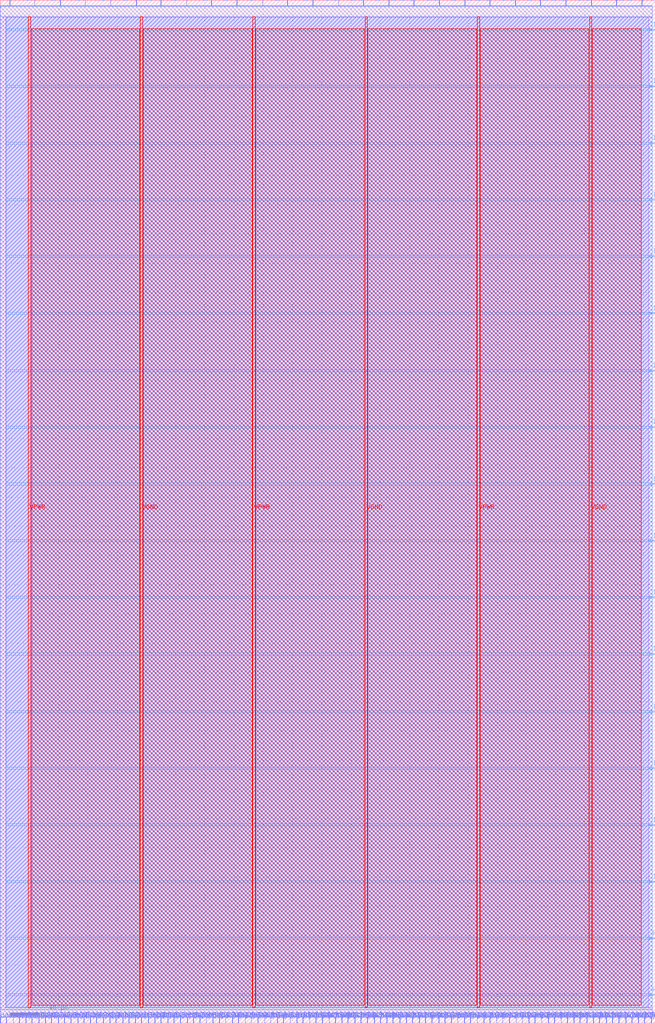
<source format=lef>
VERSION 5.7 ;
  NOWIREEXTENSIONATPIN ON ;
  DIVIDERCHAR "/" ;
  BUSBITCHARS "[]" ;
MACRO apb_sys_0
  CLASS BLOCK ;
  FOREIGN apb_sys_0 ;
  ORIGIN 0.000 0.000 ;
  SIZE 448.090 BY 700.000 ;
  PIN HADDR[0]
    DIRECTION INPUT ;
    USE SIGNAL ;
    PORT
      LAYER met2 ;
        RECT 0.020 0.000 0.300 4.000 ;
    END
  END HADDR[0]
  PIN HADDR[10]
    DIRECTION INPUT ;
    USE SIGNAL ;
    PORT
      LAYER met2 ;
        RECT 43.720 0.000 44.000 4.000 ;
    END
  END HADDR[10]
  PIN HADDR[11]
    DIRECTION INPUT ;
    USE SIGNAL ;
    PORT
      LAYER met2 ;
        RECT 48.320 0.000 48.600 4.000 ;
    END
  END HADDR[11]
  PIN HADDR[12]
    DIRECTION INPUT ;
    USE SIGNAL ;
    PORT
      LAYER met2 ;
        RECT 52.920 0.000 53.200 4.000 ;
    END
  END HADDR[12]
  PIN HADDR[13]
    DIRECTION INPUT ;
    USE SIGNAL ;
    PORT
      LAYER met2 ;
        RECT 57.060 0.000 57.340 4.000 ;
    END
  END HADDR[13]
  PIN HADDR[14]
    DIRECTION INPUT ;
    USE SIGNAL ;
    PORT
      LAYER met2 ;
        RECT 61.660 0.000 61.940 4.000 ;
    END
  END HADDR[14]
  PIN HADDR[15]
    DIRECTION INPUT ;
    USE SIGNAL ;
    PORT
      LAYER met2 ;
        RECT 65.800 0.000 66.080 4.000 ;
    END
  END HADDR[15]
  PIN HADDR[16]
    DIRECTION INPUT ;
    USE SIGNAL ;
    PORT
      LAYER met2 ;
        RECT 70.400 0.000 70.680 4.000 ;
    END
  END HADDR[16]
  PIN HADDR[17]
    DIRECTION INPUT ;
    USE SIGNAL ;
    PORT
      LAYER met2 ;
        RECT 75.000 0.000 75.280 4.000 ;
    END
  END HADDR[17]
  PIN HADDR[18]
    DIRECTION INPUT ;
    USE SIGNAL ;
    PORT
      LAYER met2 ;
        RECT 79.140 0.000 79.420 4.000 ;
    END
  END HADDR[18]
  PIN HADDR[19]
    DIRECTION INPUT ;
    USE SIGNAL ;
    PORT
      LAYER met2 ;
        RECT 83.740 0.000 84.020 4.000 ;
    END
  END HADDR[19]
  PIN HADDR[1]
    DIRECTION INPUT ;
    USE SIGNAL ;
    PORT
      LAYER met2 ;
        RECT 4.160 0.000 4.440 4.000 ;
    END
  END HADDR[1]
  PIN HADDR[20]
    DIRECTION INPUT ;
    USE SIGNAL ;
    PORT
      LAYER met2 ;
        RECT 87.880 0.000 88.160 4.000 ;
    END
  END HADDR[20]
  PIN HADDR[21]
    DIRECTION INPUT ;
    USE SIGNAL ;
    PORT
      LAYER met2 ;
        RECT 92.480 0.000 92.760 4.000 ;
    END
  END HADDR[21]
  PIN HADDR[22]
    DIRECTION INPUT ;
    USE SIGNAL ;
    PORT
      LAYER met2 ;
        RECT 96.620 0.000 96.900 4.000 ;
    END
  END HADDR[22]
  PIN HADDR[23]
    DIRECTION INPUT ;
    USE SIGNAL ;
    PORT
      LAYER met2 ;
        RECT 101.220 0.000 101.500 4.000 ;
    END
  END HADDR[23]
  PIN HADDR[24]
    DIRECTION INPUT ;
    USE SIGNAL ;
    PORT
      LAYER met2 ;
        RECT 105.820 0.000 106.100 4.000 ;
    END
  END HADDR[24]
  PIN HADDR[25]
    DIRECTION INPUT ;
    USE SIGNAL ;
    PORT
      LAYER met2 ;
        RECT 109.960 0.000 110.240 4.000 ;
    END
  END HADDR[25]
  PIN HADDR[26]
    DIRECTION INPUT ;
    USE SIGNAL ;
    PORT
      LAYER met2 ;
        RECT 114.560 0.000 114.840 4.000 ;
    END
  END HADDR[26]
  PIN HADDR[27]
    DIRECTION INPUT ;
    USE SIGNAL ;
    PORT
      LAYER met2 ;
        RECT 118.700 0.000 118.980 4.000 ;
    END
  END HADDR[27]
  PIN HADDR[28]
    DIRECTION INPUT ;
    USE SIGNAL ;
    PORT
      LAYER met2 ;
        RECT 123.300 0.000 123.580 4.000 ;
    END
  END HADDR[28]
  PIN HADDR[29]
    DIRECTION INPUT ;
    USE SIGNAL ;
    PORT
      LAYER met2 ;
        RECT 127.900 0.000 128.180 4.000 ;
    END
  END HADDR[29]
  PIN HADDR[2]
    DIRECTION INPUT ;
    USE SIGNAL ;
    PORT
      LAYER met2 ;
        RECT 8.760 0.000 9.040 4.000 ;
    END
  END HADDR[2]
  PIN HADDR[30]
    DIRECTION INPUT ;
    USE SIGNAL ;
    PORT
      LAYER met2 ;
        RECT 132.040 0.000 132.320 4.000 ;
    END
  END HADDR[30]
  PIN HADDR[31]
    DIRECTION INPUT ;
    USE SIGNAL ;
    PORT
      LAYER met2 ;
        RECT 136.640 0.000 136.920 4.000 ;
    END
  END HADDR[31]
  PIN HADDR[3]
    DIRECTION INPUT ;
    USE SIGNAL ;
    PORT
      LAYER met2 ;
        RECT 12.900 0.000 13.180 4.000 ;
    END
  END HADDR[3]
  PIN HADDR[4]
    DIRECTION INPUT ;
    USE SIGNAL ;
    PORT
      LAYER met2 ;
        RECT 17.500 0.000 17.780 4.000 ;
    END
  END HADDR[4]
  PIN HADDR[5]
    DIRECTION INPUT ;
    USE SIGNAL ;
    PORT
      LAYER met2 ;
        RECT 21.640 0.000 21.920 4.000 ;
    END
  END HADDR[5]
  PIN HADDR[6]
    DIRECTION INPUT ;
    USE SIGNAL ;
    PORT
      LAYER met2 ;
        RECT 26.240 0.000 26.520 4.000 ;
    END
  END HADDR[6]
  PIN HADDR[7]
    DIRECTION INPUT ;
    USE SIGNAL ;
    PORT
      LAYER met2 ;
        RECT 30.840 0.000 31.120 4.000 ;
    END
  END HADDR[7]
  PIN HADDR[8]
    DIRECTION INPUT ;
    USE SIGNAL ;
    PORT
      LAYER met2 ;
        RECT 34.980 0.000 35.260 4.000 ;
    END
  END HADDR[8]
  PIN HADDR[9]
    DIRECTION INPUT ;
    USE SIGNAL ;
    PORT
      LAYER met2 ;
        RECT 39.580 0.000 39.860 4.000 ;
    END
  END HADDR[9]
  PIN HCLK
    DIRECTION INPUT ;
    USE SIGNAL ;
    PORT
      LAYER met3 ;
        RECT 444.090 19.080 448.090 19.680 ;
    END
  END HCLK
  PIN HRDATA[0]
    DIRECTION OUTPUT TRISTATE ;
    USE SIGNAL ;
    PORT
      LAYER met2 ;
        RECT 140.780 0.000 141.060 4.000 ;
    END
  END HRDATA[0]
  PIN HRDATA[10]
    DIRECTION OUTPUT TRISTATE ;
    USE SIGNAL ;
    PORT
      LAYER met2 ;
        RECT 184.940 0.000 185.220 4.000 ;
    END
  END HRDATA[10]
  PIN HRDATA[11]
    DIRECTION OUTPUT TRISTATE ;
    USE SIGNAL ;
    PORT
      LAYER met2 ;
        RECT 189.540 0.000 189.820 4.000 ;
    END
  END HRDATA[11]
  PIN HRDATA[12]
    DIRECTION OUTPUT TRISTATE ;
    USE SIGNAL ;
    PORT
      LAYER met2 ;
        RECT 193.680 0.000 193.960 4.000 ;
    END
  END HRDATA[12]
  PIN HRDATA[13]
    DIRECTION OUTPUT TRISTATE ;
    USE SIGNAL ;
    PORT
      LAYER met2 ;
        RECT 198.280 0.000 198.560 4.000 ;
    END
  END HRDATA[13]
  PIN HRDATA[14]
    DIRECTION OUTPUT TRISTATE ;
    USE SIGNAL ;
    PORT
      LAYER met2 ;
        RECT 202.880 0.000 203.160 4.000 ;
    END
  END HRDATA[14]
  PIN HRDATA[15]
    DIRECTION OUTPUT TRISTATE ;
    USE SIGNAL ;
    PORT
      LAYER met2 ;
        RECT 207.020 0.000 207.300 4.000 ;
    END
  END HRDATA[15]
  PIN HRDATA[16]
    DIRECTION OUTPUT TRISTATE ;
    USE SIGNAL ;
    PORT
      LAYER met2 ;
        RECT 211.620 0.000 211.900 4.000 ;
    END
  END HRDATA[16]
  PIN HRDATA[17]
    DIRECTION OUTPUT TRISTATE ;
    USE SIGNAL ;
    PORT
      LAYER met2 ;
        RECT 215.760 0.000 216.040 4.000 ;
    END
  END HRDATA[17]
  PIN HRDATA[18]
    DIRECTION OUTPUT TRISTATE ;
    USE SIGNAL ;
    PORT
      LAYER met2 ;
        RECT 220.360 0.000 220.640 4.000 ;
    END
  END HRDATA[18]
  PIN HRDATA[19]
    DIRECTION OUTPUT TRISTATE ;
    USE SIGNAL ;
    PORT
      LAYER met2 ;
        RECT 224.960 0.000 225.240 4.000 ;
    END
  END HRDATA[19]
  PIN HRDATA[1]
    DIRECTION OUTPUT TRISTATE ;
    USE SIGNAL ;
    PORT
      LAYER met2 ;
        RECT 145.380 0.000 145.660 4.000 ;
    END
  END HRDATA[1]
  PIN HRDATA[20]
    DIRECTION OUTPUT TRISTATE ;
    USE SIGNAL ;
    PORT
      LAYER met2 ;
        RECT 229.100 0.000 229.380 4.000 ;
    END
  END HRDATA[20]
  PIN HRDATA[21]
    DIRECTION OUTPUT TRISTATE ;
    USE SIGNAL ;
    PORT
      LAYER met2 ;
        RECT 233.700 0.000 233.980 4.000 ;
    END
  END HRDATA[21]
  PIN HRDATA[22]
    DIRECTION OUTPUT TRISTATE ;
    USE SIGNAL ;
    PORT
      LAYER met2 ;
        RECT 237.840 0.000 238.120 4.000 ;
    END
  END HRDATA[22]
  PIN HRDATA[23]
    DIRECTION OUTPUT TRISTATE ;
    USE SIGNAL ;
    PORT
      LAYER met2 ;
        RECT 242.440 0.000 242.720 4.000 ;
    END
  END HRDATA[23]
  PIN HRDATA[24]
    DIRECTION OUTPUT TRISTATE ;
    USE SIGNAL ;
    PORT
      LAYER met2 ;
        RECT 246.580 0.000 246.860 4.000 ;
    END
  END HRDATA[24]
  PIN HRDATA[25]
    DIRECTION OUTPUT TRISTATE ;
    USE SIGNAL ;
    PORT
      LAYER met2 ;
        RECT 251.180 0.000 251.460 4.000 ;
    END
  END HRDATA[25]
  PIN HRDATA[26]
    DIRECTION OUTPUT TRISTATE ;
    USE SIGNAL ;
    PORT
      LAYER met2 ;
        RECT 255.780 0.000 256.060 4.000 ;
    END
  END HRDATA[26]
  PIN HRDATA[27]
    DIRECTION OUTPUT TRISTATE ;
    USE SIGNAL ;
    PORT
      LAYER met2 ;
        RECT 259.920 0.000 260.200 4.000 ;
    END
  END HRDATA[27]
  PIN HRDATA[28]
    DIRECTION OUTPUT TRISTATE ;
    USE SIGNAL ;
    PORT
      LAYER met2 ;
        RECT 264.520 0.000 264.800 4.000 ;
    END
  END HRDATA[28]
  PIN HRDATA[29]
    DIRECTION OUTPUT TRISTATE ;
    USE SIGNAL ;
    PORT
      LAYER met2 ;
        RECT 268.660 0.000 268.940 4.000 ;
    END
  END HRDATA[29]
  PIN HRDATA[2]
    DIRECTION OUTPUT TRISTATE ;
    USE SIGNAL ;
    PORT
      LAYER met2 ;
        RECT 149.980 0.000 150.260 4.000 ;
    END
  END HRDATA[2]
  PIN HRDATA[30]
    DIRECTION OUTPUT TRISTATE ;
    USE SIGNAL ;
    PORT
      LAYER met2 ;
        RECT 273.260 0.000 273.540 4.000 ;
    END
  END HRDATA[30]
  PIN HRDATA[31]
    DIRECTION OUTPUT TRISTATE ;
    USE SIGNAL ;
    PORT
      LAYER met2 ;
        RECT 277.860 0.000 278.140 4.000 ;
    END
  END HRDATA[31]
  PIN HRDATA[3]
    DIRECTION OUTPUT TRISTATE ;
    USE SIGNAL ;
    PORT
      LAYER met2 ;
        RECT 154.120 0.000 154.400 4.000 ;
    END
  END HRDATA[3]
  PIN HRDATA[4]
    DIRECTION OUTPUT TRISTATE ;
    USE SIGNAL ;
    PORT
      LAYER met2 ;
        RECT 158.720 0.000 159.000 4.000 ;
    END
  END HRDATA[4]
  PIN HRDATA[5]
    DIRECTION OUTPUT TRISTATE ;
    USE SIGNAL ;
    PORT
      LAYER met2 ;
        RECT 162.860 0.000 163.140 4.000 ;
    END
  END HRDATA[5]
  PIN HRDATA[6]
    DIRECTION OUTPUT TRISTATE ;
    USE SIGNAL ;
    PORT
      LAYER met2 ;
        RECT 167.460 0.000 167.740 4.000 ;
    END
  END HRDATA[6]
  PIN HRDATA[7]
    DIRECTION OUTPUT TRISTATE ;
    USE SIGNAL ;
    PORT
      LAYER met2 ;
        RECT 171.600 0.000 171.880 4.000 ;
    END
  END HRDATA[7]
  PIN HRDATA[8]
    DIRECTION OUTPUT TRISTATE ;
    USE SIGNAL ;
    PORT
      LAYER met2 ;
        RECT 176.200 0.000 176.480 4.000 ;
    END
  END HRDATA[8]
  PIN HRDATA[9]
    DIRECTION OUTPUT TRISTATE ;
    USE SIGNAL ;
    PORT
      LAYER met2 ;
        RECT 180.800 0.000 181.080 4.000 ;
    END
  END HRDATA[9]
  PIN HREADY
    DIRECTION INPUT ;
    USE SIGNAL ;
    PORT
      LAYER met2 ;
        RECT 436.560 0.000 436.840 4.000 ;
    END
  END HREADY
  PIN HREADYOUT
    DIRECTION OUTPUT TRISTATE ;
    USE SIGNAL ;
    PORT
      LAYER met2 ;
        RECT 445.300 0.000 445.580 4.000 ;
    END
  END HREADYOUT
  PIN HRESETn
    DIRECTION INPUT ;
    USE SIGNAL ;
    PORT
      LAYER met3 ;
        RECT 444.090 57.840 448.090 58.440 ;
    END
  END HRESETn
  PIN HSEL
    DIRECTION INPUT ;
    USE SIGNAL ;
    PORT
      LAYER met2 ;
        RECT 440.700 0.000 440.980 4.000 ;
    END
  END HSEL
  PIN HTRANS[0]
    DIRECTION INPUT ;
    USE SIGNAL ;
    PORT
      LAYER met2 ;
        RECT 423.220 0.000 423.500 4.000 ;
    END
  END HTRANS[0]
  PIN HTRANS[1]
    DIRECTION INPUT ;
    USE SIGNAL ;
    PORT
      LAYER met2 ;
        RECT 427.820 0.000 428.100 4.000 ;
    END
  END HTRANS[1]
  PIN HWDATA[0]
    DIRECTION INPUT ;
    USE SIGNAL ;
    PORT
      LAYER met2 ;
        RECT 282.000 0.000 282.280 4.000 ;
    END
  END HWDATA[0]
  PIN HWDATA[10]
    DIRECTION INPUT ;
    USE SIGNAL ;
    PORT
      LAYER met2 ;
        RECT 326.160 0.000 326.440 4.000 ;
    END
  END HWDATA[10]
  PIN HWDATA[11]
    DIRECTION INPUT ;
    USE SIGNAL ;
    PORT
      LAYER met2 ;
        RECT 330.760 0.000 331.040 4.000 ;
    END
  END HWDATA[11]
  PIN HWDATA[12]
    DIRECTION INPUT ;
    USE SIGNAL ;
    PORT
      LAYER met2 ;
        RECT 334.900 0.000 335.180 4.000 ;
    END
  END HWDATA[12]
  PIN HWDATA[13]
    DIRECTION INPUT ;
    USE SIGNAL ;
    PORT
      LAYER met2 ;
        RECT 339.500 0.000 339.780 4.000 ;
    END
  END HWDATA[13]
  PIN HWDATA[14]
    DIRECTION INPUT ;
    USE SIGNAL ;
    PORT
      LAYER met2 ;
        RECT 343.640 0.000 343.920 4.000 ;
    END
  END HWDATA[14]
  PIN HWDATA[15]
    DIRECTION INPUT ;
    USE SIGNAL ;
    PORT
      LAYER met2 ;
        RECT 348.240 0.000 348.520 4.000 ;
    END
  END HWDATA[15]
  PIN HWDATA[16]
    DIRECTION INPUT ;
    USE SIGNAL ;
    PORT
      LAYER met2 ;
        RECT 352.840 0.000 353.120 4.000 ;
    END
  END HWDATA[16]
  PIN HWDATA[17]
    DIRECTION INPUT ;
    USE SIGNAL ;
    PORT
      LAYER met2 ;
        RECT 356.980 0.000 357.260 4.000 ;
    END
  END HWDATA[17]
  PIN HWDATA[18]
    DIRECTION INPUT ;
    USE SIGNAL ;
    PORT
      LAYER met2 ;
        RECT 361.580 0.000 361.860 4.000 ;
    END
  END HWDATA[18]
  PIN HWDATA[19]
    DIRECTION INPUT ;
    USE SIGNAL ;
    PORT
      LAYER met2 ;
        RECT 365.720 0.000 366.000 4.000 ;
    END
  END HWDATA[19]
  PIN HWDATA[1]
    DIRECTION INPUT ;
    USE SIGNAL ;
    PORT
      LAYER met2 ;
        RECT 286.600 0.000 286.880 4.000 ;
    END
  END HWDATA[1]
  PIN HWDATA[20]
    DIRECTION INPUT ;
    USE SIGNAL ;
    PORT
      LAYER met2 ;
        RECT 370.320 0.000 370.600 4.000 ;
    END
  END HWDATA[20]
  PIN HWDATA[21]
    DIRECTION INPUT ;
    USE SIGNAL ;
    PORT
      LAYER met2 ;
        RECT 374.920 0.000 375.200 4.000 ;
    END
  END HWDATA[21]
  PIN HWDATA[22]
    DIRECTION INPUT ;
    USE SIGNAL ;
    PORT
      LAYER met2 ;
        RECT 379.060 0.000 379.340 4.000 ;
    END
  END HWDATA[22]
  PIN HWDATA[23]
    DIRECTION INPUT ;
    USE SIGNAL ;
    PORT
      LAYER met2 ;
        RECT 383.660 0.000 383.940 4.000 ;
    END
  END HWDATA[23]
  PIN HWDATA[24]
    DIRECTION INPUT ;
    USE SIGNAL ;
    PORT
      LAYER met2 ;
        RECT 387.800 0.000 388.080 4.000 ;
    END
  END HWDATA[24]
  PIN HWDATA[25]
    DIRECTION INPUT ;
    USE SIGNAL ;
    PORT
      LAYER met2 ;
        RECT 392.400 0.000 392.680 4.000 ;
    END
  END HWDATA[25]
  PIN HWDATA[26]
    DIRECTION INPUT ;
    USE SIGNAL ;
    PORT
      LAYER met2 ;
        RECT 396.540 0.000 396.820 4.000 ;
    END
  END HWDATA[26]
  PIN HWDATA[27]
    DIRECTION INPUT ;
    USE SIGNAL ;
    PORT
      LAYER met2 ;
        RECT 401.140 0.000 401.420 4.000 ;
    END
  END HWDATA[27]
  PIN HWDATA[28]
    DIRECTION INPUT ;
    USE SIGNAL ;
    PORT
      LAYER met2 ;
        RECT 405.740 0.000 406.020 4.000 ;
    END
  END HWDATA[28]
  PIN HWDATA[29]
    DIRECTION INPUT ;
    USE SIGNAL ;
    PORT
      LAYER met2 ;
        RECT 409.880 0.000 410.160 4.000 ;
    END
  END HWDATA[29]
  PIN HWDATA[2]
    DIRECTION INPUT ;
    USE SIGNAL ;
    PORT
      LAYER met2 ;
        RECT 290.740 0.000 291.020 4.000 ;
    END
  END HWDATA[2]
  PIN HWDATA[30]
    DIRECTION INPUT ;
    USE SIGNAL ;
    PORT
      LAYER met2 ;
        RECT 414.480 0.000 414.760 4.000 ;
    END
  END HWDATA[30]
  PIN HWDATA[31]
    DIRECTION INPUT ;
    USE SIGNAL ;
    PORT
      LAYER met2 ;
        RECT 418.620 0.000 418.900 4.000 ;
    END
  END HWDATA[31]
  PIN HWDATA[3]
    DIRECTION INPUT ;
    USE SIGNAL ;
    PORT
      LAYER met2 ;
        RECT 295.340 0.000 295.620 4.000 ;
    END
  END HWDATA[3]
  PIN HWDATA[4]
    DIRECTION INPUT ;
    USE SIGNAL ;
    PORT
      LAYER met2 ;
        RECT 299.940 0.000 300.220 4.000 ;
    END
  END HWDATA[4]
  PIN HWDATA[5]
    DIRECTION INPUT ;
    USE SIGNAL ;
    PORT
      LAYER met2 ;
        RECT 304.080 0.000 304.360 4.000 ;
    END
  END HWDATA[5]
  PIN HWDATA[6]
    DIRECTION INPUT ;
    USE SIGNAL ;
    PORT
      LAYER met2 ;
        RECT 308.680 0.000 308.960 4.000 ;
    END
  END HWDATA[6]
  PIN HWDATA[7]
    DIRECTION INPUT ;
    USE SIGNAL ;
    PORT
      LAYER met2 ;
        RECT 312.820 0.000 313.100 4.000 ;
    END
  END HWDATA[7]
  PIN HWDATA[8]
    DIRECTION INPUT ;
    USE SIGNAL ;
    PORT
      LAYER met2 ;
        RECT 317.420 0.000 317.700 4.000 ;
    END
  END HWDATA[8]
  PIN HWDATA[9]
    DIRECTION INPUT ;
    USE SIGNAL ;
    PORT
      LAYER met2 ;
        RECT 321.560 0.000 321.840 4.000 ;
    END
  END HWDATA[9]
  PIN HWRITE
    DIRECTION INPUT ;
    USE SIGNAL ;
    PORT
      LAYER met2 ;
        RECT 431.960 0.000 432.240 4.000 ;
    END
  END HWRITE
  PIN IRQ[0]
    DIRECTION OUTPUT TRISTATE ;
    USE SIGNAL ;
    PORT
      LAYER met3 ;
        RECT 444.090 96.600 448.090 97.200 ;
    END
  END IRQ[0]
  PIN IRQ[10]
    DIRECTION OUTPUT TRISTATE ;
    USE SIGNAL ;
    PORT
      LAYER met3 ;
        RECT 444.090 485.560 448.090 486.160 ;
    END
  END IRQ[10]
  PIN IRQ[11]
    DIRECTION OUTPUT TRISTATE ;
    USE SIGNAL ;
    PORT
      LAYER met3 ;
        RECT 444.090 524.320 448.090 524.920 ;
    END
  END IRQ[11]
  PIN IRQ[12]
    DIRECTION OUTPUT TRISTATE ;
    USE SIGNAL ;
    PORT
      LAYER met3 ;
        RECT 444.090 563.080 448.090 563.680 ;
    END
  END IRQ[12]
  PIN IRQ[13]
    DIRECTION OUTPUT TRISTATE ;
    USE SIGNAL ;
    PORT
      LAYER met3 ;
        RECT 444.090 601.840 448.090 602.440 ;
    END
  END IRQ[13]
  PIN IRQ[14]
    DIRECTION OUTPUT TRISTATE ;
    USE SIGNAL ;
    PORT
      LAYER met3 ;
        RECT 444.090 640.600 448.090 641.200 ;
    END
  END IRQ[14]
  PIN IRQ[15]
    DIRECTION OUTPUT TRISTATE ;
    USE SIGNAL ;
    PORT
      LAYER met3 ;
        RECT 444.090 679.360 448.090 679.960 ;
    END
  END IRQ[15]
  PIN IRQ[1]
    DIRECTION OUTPUT TRISTATE ;
    USE SIGNAL ;
    PORT
      LAYER met3 ;
        RECT 444.090 135.360 448.090 135.960 ;
    END
  END IRQ[1]
  PIN IRQ[2]
    DIRECTION OUTPUT TRISTATE ;
    USE SIGNAL ;
    PORT
      LAYER met3 ;
        RECT 444.090 174.120 448.090 174.720 ;
    END
  END IRQ[2]
  PIN IRQ[3]
    DIRECTION OUTPUT TRISTATE ;
    USE SIGNAL ;
    PORT
      LAYER met3 ;
        RECT 444.090 212.880 448.090 213.480 ;
    END
  END IRQ[3]
  PIN IRQ[4]
    DIRECTION OUTPUT TRISTATE ;
    USE SIGNAL ;
    PORT
      LAYER met3 ;
        RECT 444.090 252.320 448.090 252.920 ;
    END
  END IRQ[4]
  PIN IRQ[5]
    DIRECTION OUTPUT TRISTATE ;
    USE SIGNAL ;
    PORT
      LAYER met3 ;
        RECT 444.090 291.080 448.090 291.680 ;
    END
  END IRQ[5]
  PIN IRQ[6]
    DIRECTION OUTPUT TRISTATE ;
    USE SIGNAL ;
    PORT
      LAYER met3 ;
        RECT 444.090 329.840 448.090 330.440 ;
    END
  END IRQ[6]
  PIN IRQ[7]
    DIRECTION OUTPUT TRISTATE ;
    USE SIGNAL ;
    PORT
      LAYER met3 ;
        RECT 444.090 368.600 448.090 369.200 ;
    END
  END IRQ[7]
  PIN IRQ[8]
    DIRECTION OUTPUT TRISTATE ;
    USE SIGNAL ;
    PORT
      LAYER met3 ;
        RECT 444.090 407.360 448.090 407.960 ;
    END
  END IRQ[8]
  PIN IRQ[9]
    DIRECTION OUTPUT TRISTATE ;
    USE SIGNAL ;
    PORT
      LAYER met3 ;
        RECT 444.090 446.120 448.090 446.720 ;
    END
  END IRQ[9]
  PIN MSI_S2
    DIRECTION INPUT ;
    USE SIGNAL ;
    PORT
      LAYER met2 ;
        RECT 75.460 696.000 75.740 700.000 ;
    END
  END MSI_S2
  PIN MSI_S3
    DIRECTION INPUT ;
    USE SIGNAL ;
    PORT
      LAYER met2 ;
        RECT 144.460 696.000 144.740 700.000 ;
    END
  END MSI_S3
  PIN MSO_S2
    DIRECTION OUTPUT TRISTATE ;
    USE SIGNAL ;
    PORT
      LAYER met2 ;
        RECT 92.940 696.000 93.220 700.000 ;
    END
  END MSO_S2
  PIN MSO_S3
    DIRECTION OUTPUT TRISTATE ;
    USE SIGNAL ;
    PORT
      LAYER met2 ;
        RECT 161.940 696.000 162.220 700.000 ;
    END
  END MSO_S3
  PIN RsRx_S0
    DIRECTION INPUT ;
    USE SIGNAL ;
    PORT
      LAYER met2 ;
        RECT 6.460 696.000 6.740 700.000 ;
    END
  END RsRx_S0
  PIN RsRx_S1
    DIRECTION INPUT ;
    USE SIGNAL ;
    PORT
      LAYER met2 ;
        RECT 40.960 696.000 41.240 700.000 ;
    END
  END RsRx_S1
  PIN RsTx_S0
    DIRECTION OUTPUT TRISTATE ;
    USE SIGNAL ;
    PORT
      LAYER met2 ;
        RECT 23.480 696.000 23.760 700.000 ;
    END
  END RsTx_S0
  PIN RsTx_S1
    DIRECTION OUTPUT TRISTATE ;
    USE SIGNAL ;
    PORT
      LAYER met2 ;
        RECT 57.980 696.000 58.260 700.000 ;
    END
  END RsTx_S1
  PIN SCLK_S2
    DIRECTION OUTPUT TRISTATE ;
    USE SIGNAL ;
    PORT
      LAYER met2 ;
        RECT 127.440 696.000 127.720 700.000 ;
    END
  END SCLK_S2
  PIN SCLK_S3
    DIRECTION OUTPUT TRISTATE ;
    USE SIGNAL ;
    PORT
      LAYER met2 ;
        RECT 196.440 696.000 196.720 700.000 ;
    END
  END SCLK_S3
  PIN SSn_S2
    DIRECTION OUTPUT TRISTATE ;
    USE SIGNAL ;
    PORT
      LAYER met2 ;
        RECT 109.960 696.000 110.240 700.000 ;
    END
  END SSn_S2
  PIN SSn_S3
    DIRECTION OUTPUT TRISTATE ;
    USE SIGNAL ;
    PORT
      LAYER met2 ;
        RECT 179.420 696.000 179.700 700.000 ;
    END
  END SSn_S3
  PIN pwm_S6
    DIRECTION OUTPUT TRISTATE ;
    USE SIGNAL ;
    PORT
      LAYER met2 ;
        RECT 421.380 696.000 421.660 700.000 ;
    END
  END pwm_S6
  PIN pwm_S7
    DIRECTION OUTPUT TRISTATE ;
    USE SIGNAL ;
    PORT
      LAYER met2 ;
        RECT 438.860 696.000 439.140 700.000 ;
    END
  END pwm_S7
  PIN scl_i_S4
    DIRECTION INPUT ;
    USE SIGNAL ;
    PORT
      LAYER met2 ;
        RECT 213.920 696.000 214.200 700.000 ;
    END
  END scl_i_S4
  PIN scl_i_S5
    DIRECTION INPUT ;
    USE SIGNAL ;
    PORT
      LAYER met2 ;
        RECT 317.880 696.000 318.160 700.000 ;
    END
  END scl_i_S5
  PIN scl_o_S4
    DIRECTION OUTPUT TRISTATE ;
    USE SIGNAL ;
    PORT
      LAYER met2 ;
        RECT 231.400 696.000 231.680 700.000 ;
    END
  END scl_o_S4
  PIN scl_o_S5
    DIRECTION OUTPUT TRISTATE ;
    USE SIGNAL ;
    PORT
      LAYER met2 ;
        RECT 334.900 696.000 335.180 700.000 ;
    END
  END scl_o_S5
  PIN scl_oen_o_S4
    DIRECTION OUTPUT TRISTATE ;
    USE SIGNAL ;
    PORT
      LAYER met2 ;
        RECT 248.420 696.000 248.700 700.000 ;
    END
  END scl_oen_o_S4
  PIN scl_oen_o_S5
    DIRECTION OUTPUT TRISTATE ;
    USE SIGNAL ;
    PORT
      LAYER met2 ;
        RECT 352.380 696.000 352.660 700.000 ;
    END
  END scl_oen_o_S5
  PIN sda_i_S4
    DIRECTION INPUT ;
    USE SIGNAL ;
    PORT
      LAYER met2 ;
        RECT 265.900 696.000 266.180 700.000 ;
    END
  END sda_i_S4
  PIN sda_i_S5
    DIRECTION INPUT ;
    USE SIGNAL ;
    PORT
      LAYER met2 ;
        RECT 369.400 696.000 369.680 700.000 ;
    END
  END sda_i_S5
  PIN sda_o_S4
    DIRECTION OUTPUT TRISTATE ;
    USE SIGNAL ;
    PORT
      LAYER met2 ;
        RECT 282.920 696.000 283.200 700.000 ;
    END
  END sda_o_S4
  PIN sda_o_S5
    DIRECTION OUTPUT TRISTATE ;
    USE SIGNAL ;
    PORT
      LAYER met2 ;
        RECT 386.880 696.000 387.160 700.000 ;
    END
  END sda_o_S5
  PIN sda_oen_o_S4
    DIRECTION OUTPUT TRISTATE ;
    USE SIGNAL ;
    PORT
      LAYER met2 ;
        RECT 300.400 696.000 300.680 700.000 ;
    END
  END sda_oen_o_S4
  PIN sda_oen_o_S5
    DIRECTION OUTPUT TRISTATE ;
    USE SIGNAL ;
    PORT
      LAYER met2 ;
        RECT 404.360 696.000 404.640 700.000 ;
    END
  END sda_oen_o_S5
  PIN VPWR
    DIRECTION INOUT ;
    USE POWER ;
    PORT
      LAYER met4 ;
        RECT 326.330 10.640 327.930 688.400 ;
    END
  END VPWR
  PIN VPWR
    DIRECTION INOUT ;
    USE POWER ;
    PORT
      LAYER met4 ;
        RECT 172.730 10.640 174.330 688.400 ;
    END
  END VPWR
  PIN VPWR
    DIRECTION INOUT ;
    USE POWER ;
    PORT
      LAYER met4 ;
        RECT 19.130 10.640 20.730 688.400 ;
    END
  END VPWR
  PIN VGND
    DIRECTION INOUT ;
    USE GROUND ;
    PORT
      LAYER met4 ;
        RECT 403.130 10.640 404.730 688.400 ;
    END
  END VGND
  PIN VGND
    DIRECTION INOUT ;
    USE GROUND ;
    PORT
      LAYER met4 ;
        RECT 249.530 10.640 251.130 688.400 ;
    END
  END VGND
  PIN VGND
    DIRECTION INOUT ;
    USE GROUND ;
    PORT
      LAYER met4 ;
        RECT 95.930 10.640 97.530 688.400 ;
    END
  END VGND
  OBS
      LAYER li1 ;
        RECT 3.610 10.795 443.685 688.245 ;
      LAYER met1 ;
        RECT 0.000 9.220 446.060 688.400 ;
      LAYER met2 ;
        RECT 0.030 695.720 6.180 696.050 ;
        RECT 7.020 695.720 23.200 696.050 ;
        RECT 24.040 695.720 40.680 696.050 ;
        RECT 41.520 695.720 57.700 696.050 ;
        RECT 58.540 695.720 75.180 696.050 ;
        RECT 76.020 695.720 92.660 696.050 ;
        RECT 93.500 695.720 109.680 696.050 ;
        RECT 110.520 695.720 127.160 696.050 ;
        RECT 128.000 695.720 144.180 696.050 ;
        RECT 145.020 695.720 161.660 696.050 ;
        RECT 162.500 695.720 179.140 696.050 ;
        RECT 179.980 695.720 196.160 696.050 ;
        RECT 197.000 695.720 213.640 696.050 ;
        RECT 214.480 695.720 231.120 696.050 ;
        RECT 231.960 695.720 248.140 696.050 ;
        RECT 248.980 695.720 265.620 696.050 ;
        RECT 266.460 695.720 282.640 696.050 ;
        RECT 283.480 695.720 300.120 696.050 ;
        RECT 300.960 695.720 317.600 696.050 ;
        RECT 318.440 695.720 334.620 696.050 ;
        RECT 335.460 695.720 352.100 696.050 ;
        RECT 352.940 695.720 369.120 696.050 ;
        RECT 369.960 695.720 386.600 696.050 ;
        RECT 387.440 695.720 404.080 696.050 ;
        RECT 404.920 695.720 421.100 696.050 ;
        RECT 421.940 695.720 438.580 696.050 ;
        RECT 439.420 695.720 446.040 696.050 ;
        RECT 0.030 4.280 446.040 695.720 ;
        RECT 0.580 4.000 3.880 4.280 ;
        RECT 4.720 4.000 8.480 4.280 ;
        RECT 9.320 4.000 12.620 4.280 ;
        RECT 13.460 4.000 17.220 4.280 ;
        RECT 18.060 4.000 21.360 4.280 ;
        RECT 22.200 4.000 25.960 4.280 ;
        RECT 26.800 4.000 30.560 4.280 ;
        RECT 31.400 4.000 34.700 4.280 ;
        RECT 35.540 4.000 39.300 4.280 ;
        RECT 40.140 4.000 43.440 4.280 ;
        RECT 44.280 4.000 48.040 4.280 ;
        RECT 48.880 4.000 52.640 4.280 ;
        RECT 53.480 4.000 56.780 4.280 ;
        RECT 57.620 4.000 61.380 4.280 ;
        RECT 62.220 4.000 65.520 4.280 ;
        RECT 66.360 4.000 70.120 4.280 ;
        RECT 70.960 4.000 74.720 4.280 ;
        RECT 75.560 4.000 78.860 4.280 ;
        RECT 79.700 4.000 83.460 4.280 ;
        RECT 84.300 4.000 87.600 4.280 ;
        RECT 88.440 4.000 92.200 4.280 ;
        RECT 93.040 4.000 96.340 4.280 ;
        RECT 97.180 4.000 100.940 4.280 ;
        RECT 101.780 4.000 105.540 4.280 ;
        RECT 106.380 4.000 109.680 4.280 ;
        RECT 110.520 4.000 114.280 4.280 ;
        RECT 115.120 4.000 118.420 4.280 ;
        RECT 119.260 4.000 123.020 4.280 ;
        RECT 123.860 4.000 127.620 4.280 ;
        RECT 128.460 4.000 131.760 4.280 ;
        RECT 132.600 4.000 136.360 4.280 ;
        RECT 137.200 4.000 140.500 4.280 ;
        RECT 141.340 4.000 145.100 4.280 ;
        RECT 145.940 4.000 149.700 4.280 ;
        RECT 150.540 4.000 153.840 4.280 ;
        RECT 154.680 4.000 158.440 4.280 ;
        RECT 159.280 4.000 162.580 4.280 ;
        RECT 163.420 4.000 167.180 4.280 ;
        RECT 168.020 4.000 171.320 4.280 ;
        RECT 172.160 4.000 175.920 4.280 ;
        RECT 176.760 4.000 180.520 4.280 ;
        RECT 181.360 4.000 184.660 4.280 ;
        RECT 185.500 4.000 189.260 4.280 ;
        RECT 190.100 4.000 193.400 4.280 ;
        RECT 194.240 4.000 198.000 4.280 ;
        RECT 198.840 4.000 202.600 4.280 ;
        RECT 203.440 4.000 206.740 4.280 ;
        RECT 207.580 4.000 211.340 4.280 ;
        RECT 212.180 4.000 215.480 4.280 ;
        RECT 216.320 4.000 220.080 4.280 ;
        RECT 220.920 4.000 224.680 4.280 ;
        RECT 225.520 4.000 228.820 4.280 ;
        RECT 229.660 4.000 233.420 4.280 ;
        RECT 234.260 4.000 237.560 4.280 ;
        RECT 238.400 4.000 242.160 4.280 ;
        RECT 243.000 4.000 246.300 4.280 ;
        RECT 247.140 4.000 250.900 4.280 ;
        RECT 251.740 4.000 255.500 4.280 ;
        RECT 256.340 4.000 259.640 4.280 ;
        RECT 260.480 4.000 264.240 4.280 ;
        RECT 265.080 4.000 268.380 4.280 ;
        RECT 269.220 4.000 272.980 4.280 ;
        RECT 273.820 4.000 277.580 4.280 ;
        RECT 278.420 4.000 281.720 4.280 ;
        RECT 282.560 4.000 286.320 4.280 ;
        RECT 287.160 4.000 290.460 4.280 ;
        RECT 291.300 4.000 295.060 4.280 ;
        RECT 295.900 4.000 299.660 4.280 ;
        RECT 300.500 4.000 303.800 4.280 ;
        RECT 304.640 4.000 308.400 4.280 ;
        RECT 309.240 4.000 312.540 4.280 ;
        RECT 313.380 4.000 317.140 4.280 ;
        RECT 317.980 4.000 321.280 4.280 ;
        RECT 322.120 4.000 325.880 4.280 ;
        RECT 326.720 4.000 330.480 4.280 ;
        RECT 331.320 4.000 334.620 4.280 ;
        RECT 335.460 4.000 339.220 4.280 ;
        RECT 340.060 4.000 343.360 4.280 ;
        RECT 344.200 4.000 347.960 4.280 ;
        RECT 348.800 4.000 352.560 4.280 ;
        RECT 353.400 4.000 356.700 4.280 ;
        RECT 357.540 4.000 361.300 4.280 ;
        RECT 362.140 4.000 365.440 4.280 ;
        RECT 366.280 4.000 370.040 4.280 ;
        RECT 370.880 4.000 374.640 4.280 ;
        RECT 375.480 4.000 378.780 4.280 ;
        RECT 379.620 4.000 383.380 4.280 ;
        RECT 384.220 4.000 387.520 4.280 ;
        RECT 388.360 4.000 392.120 4.280 ;
        RECT 392.960 4.000 396.260 4.280 ;
        RECT 397.100 4.000 400.860 4.280 ;
        RECT 401.700 4.000 405.460 4.280 ;
        RECT 406.300 4.000 409.600 4.280 ;
        RECT 410.440 4.000 414.200 4.280 ;
        RECT 415.040 4.000 418.340 4.280 ;
        RECT 419.180 4.000 422.940 4.280 ;
        RECT 423.780 4.000 427.540 4.280 ;
        RECT 428.380 4.000 431.680 4.280 ;
        RECT 432.520 4.000 436.280 4.280 ;
        RECT 437.120 4.000 440.420 4.280 ;
        RECT 441.260 4.000 445.020 4.280 ;
        RECT 445.860 4.000 446.040 4.280 ;
      LAYER met3 ;
        RECT 4.135 680.360 446.065 688.325 ;
        RECT 4.135 678.960 443.690 680.360 ;
        RECT 4.135 641.600 446.065 678.960 ;
        RECT 4.135 640.200 443.690 641.600 ;
        RECT 4.135 602.840 446.065 640.200 ;
        RECT 4.135 601.440 443.690 602.840 ;
        RECT 4.135 564.080 446.065 601.440 ;
        RECT 4.135 562.680 443.690 564.080 ;
        RECT 4.135 525.320 446.065 562.680 ;
        RECT 4.135 523.920 443.690 525.320 ;
        RECT 4.135 486.560 446.065 523.920 ;
        RECT 4.135 485.160 443.690 486.560 ;
        RECT 4.135 447.120 446.065 485.160 ;
        RECT 4.135 445.720 443.690 447.120 ;
        RECT 4.135 408.360 446.065 445.720 ;
        RECT 4.135 406.960 443.690 408.360 ;
        RECT 4.135 369.600 446.065 406.960 ;
        RECT 4.135 368.200 443.690 369.600 ;
        RECT 4.135 330.840 446.065 368.200 ;
        RECT 4.135 329.440 443.690 330.840 ;
        RECT 4.135 292.080 446.065 329.440 ;
        RECT 4.135 290.680 443.690 292.080 ;
        RECT 4.135 253.320 446.065 290.680 ;
        RECT 4.135 251.920 443.690 253.320 ;
        RECT 4.135 213.880 446.065 251.920 ;
        RECT 4.135 212.480 443.690 213.880 ;
        RECT 4.135 175.120 446.065 212.480 ;
        RECT 4.135 173.720 443.690 175.120 ;
        RECT 4.135 136.360 446.065 173.720 ;
        RECT 4.135 134.960 443.690 136.360 ;
        RECT 4.135 97.600 446.065 134.960 ;
        RECT 4.135 96.200 443.690 97.600 ;
        RECT 4.135 58.840 446.065 96.200 ;
        RECT 4.135 57.440 443.690 58.840 ;
        RECT 4.135 20.080 446.065 57.440 ;
        RECT 4.135 18.680 443.690 20.080 ;
        RECT 4.135 10.715 446.065 18.680 ;
      LAYER met4 ;
        RECT 21.385 12.415 95.530 680.505 ;
        RECT 97.930 12.415 172.330 680.505 ;
        RECT 174.730 12.415 249.130 680.505 ;
        RECT 251.530 12.415 325.930 680.505 ;
        RECT 328.330 12.415 402.730 680.505 ;
        RECT 405.130 12.415 438.475 680.505 ;
  END
END apb_sys_0
END LIBRARY


</source>
